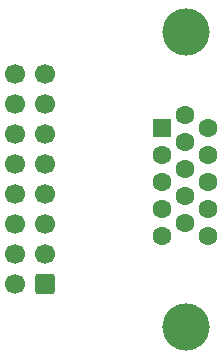
<source format=gbr>
%TF.GenerationSoftware,KiCad,Pcbnew,(5.99.0-11667-g1edb96cc5b)*%
%TF.CreationDate,2021-10-30T09:42:55+02:00*%
%TF.ProjectId,VGADE15toIDC16,56474144-4531-4357-946f-49444331362e,rev?*%
%TF.SameCoordinates,Original*%
%TF.FileFunction,Soldermask,Top*%
%TF.FilePolarity,Negative*%
%FSLAX46Y46*%
G04 Gerber Fmt 4.6, Leading zero omitted, Abs format (unit mm)*
G04 Created by KiCad (PCBNEW (5.99.0-11667-g1edb96cc5b)) date 2021-10-30 09:42:55*
%MOMM*%
%LPD*%
G01*
G04 APERTURE LIST*
G04 Aperture macros list*
%AMRoundRect*
0 Rectangle with rounded corners*
0 $1 Rounding radius*
0 $2 $3 $4 $5 $6 $7 $8 $9 X,Y pos of 4 corners*
0 Add a 4 corners polygon primitive as box body*
4,1,4,$2,$3,$4,$5,$6,$7,$8,$9,$2,$3,0*
0 Add four circle primitives for the rounded corners*
1,1,$1+$1,$2,$3*
1,1,$1+$1,$4,$5*
1,1,$1+$1,$6,$7*
1,1,$1+$1,$8,$9*
0 Add four rect primitives between the rounded corners*
20,1,$1+$1,$2,$3,$4,$5,0*
20,1,$1+$1,$4,$5,$6,$7,0*
20,1,$1+$1,$6,$7,$8,$9,0*
20,1,$1+$1,$8,$9,$2,$3,0*%
G04 Aperture macros list end*
%ADD10C,4.000000*%
%ADD11R,1.600000X1.600000*%
%ADD12C,1.600000*%
%ADD13RoundRect,0.250000X0.600000X0.600000X-0.600000X0.600000X-0.600000X-0.600000X0.600000X-0.600000X0*%
%ADD14C,1.700000*%
G04 APERTURE END LIST*
D10*
%TO.C,J2*%
X126190000Y-109415000D03*
X126190000Y-134415000D03*
D11*
X124140000Y-117600000D03*
D12*
X124140000Y-119890000D03*
X124140000Y-122180000D03*
X124140000Y-124470000D03*
X124140000Y-126760000D03*
X126120000Y-116455000D03*
X126120000Y-118745000D03*
X126120000Y-121035000D03*
X126120000Y-123325000D03*
X126120000Y-125615000D03*
X128100000Y-117600000D03*
X128100000Y-119890000D03*
X128100000Y-122180000D03*
X128100000Y-124470000D03*
X128100000Y-126760000D03*
%TD*%
D13*
%TO.C,J1*%
X114292500Y-130820000D03*
D14*
X111752500Y-130820000D03*
X114292500Y-128280000D03*
X111752500Y-128280000D03*
X114292500Y-125740000D03*
X111752500Y-125740000D03*
X114292500Y-123200000D03*
X111752500Y-123200000D03*
X114292500Y-120660000D03*
X111752500Y-120660000D03*
X114292500Y-118120000D03*
X111752500Y-118120000D03*
X114292500Y-115580000D03*
X111752500Y-115580000D03*
X114292500Y-113040000D03*
X111752500Y-113040000D03*
%TD*%
M02*

</source>
